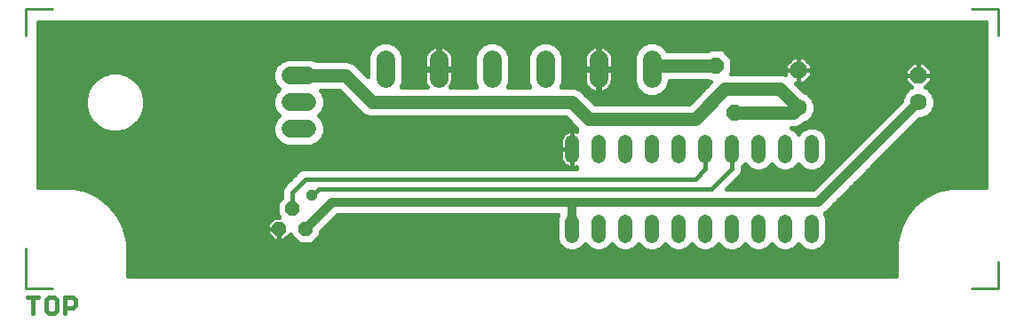
<source format=gbr>
G75*
G70*
%OFA0B0*%
%FSLAX24Y24*%
%IPPOS*%
%LPD*%
%AMOC8*
5,1,8,0,0,1.08239X$1,22.5*
%
%ADD10C,0.0160*%
%ADD11C,0.0520*%
%ADD12C,0.0660*%
%ADD13C,0.0119*%
%ADD14OC8,0.0630*%
%ADD15C,0.0630*%
%ADD16C,0.0705*%
%ADD17OC8,0.0520*%
%ADD18C,0.0500*%
%ADD19OC8,0.0396*%
%ADD20C,0.0320*%
%ADD21C,0.0100*%
D10*
X003153Y003444D02*
X003153Y004045D01*
X003353Y004045D02*
X002952Y004045D01*
X003652Y003944D02*
X003652Y003544D01*
X003752Y003444D01*
X003952Y003444D01*
X004053Y003544D01*
X004053Y003944D01*
X003952Y004045D01*
X003752Y004045D01*
X003652Y003944D01*
X004352Y004045D02*
X004652Y004045D01*
X004752Y003944D01*
X004752Y003744D01*
X004652Y003644D01*
X004352Y003644D01*
X004352Y003444D02*
X004352Y004045D01*
X006692Y004844D02*
X006692Y005928D01*
X006692Y006125D01*
X006692Y006125D01*
X006576Y006635D01*
X006576Y006635D01*
X006349Y007106D01*
X006349Y007106D01*
X006023Y007515D01*
X005615Y007841D01*
X005614Y007841D01*
X005144Y008068D01*
X005143Y008068D01*
X004634Y008184D01*
X004634Y008184D01*
X004436Y008184D01*
X004385Y008184D01*
X004372Y008184D01*
X004309Y008184D01*
X003352Y008184D01*
X003352Y014384D01*
X038892Y014384D01*
X038892Y008184D01*
X037809Y008184D01*
X037809Y008184D01*
X037611Y008184D01*
X037101Y008068D01*
X036630Y007841D01*
X036222Y007515D01*
X036222Y007515D01*
X035896Y007106D01*
X035669Y006635D01*
X035552Y006125D01*
X035552Y005928D01*
X035552Y005867D01*
X035552Y005864D01*
X035552Y005800D01*
X035552Y004844D01*
X006692Y004844D01*
X006692Y004998D02*
X035552Y004998D01*
X035552Y005157D02*
X006692Y005157D01*
X006692Y005315D02*
X035552Y005315D01*
X035552Y005474D02*
X006692Y005474D01*
X006692Y005632D02*
X035552Y005632D01*
X035552Y005791D02*
X032529Y005791D01*
X032488Y005774D02*
X032701Y005862D01*
X032864Y006026D01*
X032952Y006239D01*
X032952Y006989D01*
X032867Y007196D01*
X032894Y007207D01*
X033029Y007342D01*
X036416Y010729D01*
X036499Y010729D01*
X036732Y010826D01*
X036911Y011004D01*
X037007Y011238D01*
X037007Y011490D01*
X036911Y011724D01*
X036732Y011902D01*
X036646Y011938D01*
X036867Y012159D01*
X036867Y012364D01*
X036373Y012364D01*
X036373Y012364D01*
X036867Y012364D01*
X036867Y012569D01*
X036577Y012859D01*
X036373Y012859D01*
X036373Y012364D01*
X036372Y012364D01*
X035877Y012364D01*
X035877Y012159D01*
X036099Y011938D01*
X036013Y011902D01*
X035834Y011724D01*
X035737Y011490D01*
X035737Y011408D01*
X032424Y008094D01*
X029168Y008094D01*
X029711Y008637D01*
X029772Y008784D01*
X029772Y008934D01*
X029864Y009026D01*
X029872Y009046D01*
X029881Y009026D01*
X030044Y008862D01*
X030257Y008774D01*
X030488Y008774D01*
X030701Y008862D01*
X030864Y009026D01*
X030872Y009046D01*
X030881Y009026D01*
X031044Y008862D01*
X031257Y008774D01*
X031488Y008774D01*
X031701Y008862D01*
X031864Y009026D01*
X031872Y009046D01*
X031881Y009026D01*
X032044Y008862D01*
X032257Y008774D01*
X032488Y008774D01*
X032701Y008862D01*
X032864Y009026D01*
X032952Y009239D01*
X032952Y009989D01*
X032864Y010203D01*
X032701Y010366D01*
X032488Y010454D01*
X032257Y010454D01*
X032044Y010366D01*
X031881Y010203D01*
X031872Y010182D01*
X031864Y010203D01*
X031701Y010366D01*
X031594Y010410D01*
X031802Y010410D01*
X032011Y010497D01*
X032075Y010561D01*
X032232Y010626D01*
X032411Y010804D01*
X032507Y011038D01*
X032507Y011290D01*
X032411Y011524D01*
X032232Y011702D01*
X032075Y011767D01*
X031773Y012069D01*
X031872Y012069D01*
X031872Y012564D01*
X031377Y012564D01*
X031377Y012396D01*
X031286Y012434D01*
X029327Y012434D01*
X029386Y012492D01*
X029386Y013003D01*
X029024Y013365D01*
X028513Y013365D01*
X028467Y013318D01*
X026955Y013318D01*
X026943Y013348D01*
X026753Y013537D01*
X026506Y013639D01*
X026239Y013639D01*
X025991Y013537D01*
X025802Y013348D01*
X025700Y013100D01*
X025700Y012128D01*
X025802Y011881D01*
X025991Y011691D01*
X026239Y011589D01*
X026506Y011589D01*
X026753Y011691D01*
X026943Y011881D01*
X027045Y012128D01*
X027045Y012178D01*
X028467Y012178D01*
X028513Y012131D01*
X028583Y012131D01*
X027761Y011309D01*
X024234Y011309D01*
X023695Y011847D01*
X023486Y011934D01*
X023259Y011934D01*
X022965Y011934D01*
X023045Y012128D01*
X023045Y013100D01*
X022943Y013348D01*
X022753Y013537D01*
X022506Y013639D01*
X022239Y013639D01*
X021991Y013537D01*
X021802Y013348D01*
X021700Y013100D01*
X021700Y012128D01*
X021780Y011934D01*
X020965Y011934D01*
X021045Y012128D01*
X021045Y013100D01*
X020943Y013348D01*
X020753Y013537D01*
X020506Y013639D01*
X020239Y013639D01*
X019991Y013537D01*
X019802Y013348D01*
X019700Y013100D01*
X019700Y012128D01*
X019780Y011934D01*
X018793Y011934D01*
X018828Y011982D01*
X018866Y012057D01*
X018892Y012137D01*
X018905Y012220D01*
X018905Y012577D01*
X018410Y012577D01*
X018410Y012652D01*
X018335Y012652D01*
X018335Y013499D01*
X018331Y013499D01*
X018248Y013486D01*
X018168Y013460D01*
X018093Y013422D01*
X018026Y013373D01*
X017966Y013314D01*
X017917Y013246D01*
X017879Y013171D01*
X017853Y013091D01*
X017840Y013009D01*
X017840Y012652D01*
X018335Y012652D01*
X018335Y012577D01*
X017840Y012577D01*
X017840Y012220D01*
X017853Y012137D01*
X017879Y012057D01*
X017917Y011982D01*
X017952Y011934D01*
X016965Y011934D01*
X017045Y012128D01*
X017045Y013100D01*
X016943Y013348D01*
X016753Y013537D01*
X016506Y013639D01*
X016239Y013639D01*
X015991Y013537D01*
X015802Y013348D01*
X015700Y013100D01*
X015700Y012343D01*
X015195Y012847D01*
X014986Y012934D01*
X014759Y012934D01*
X013775Y012934D01*
X013582Y013014D01*
X012663Y013014D01*
X012424Y012915D01*
X012241Y012732D01*
X012142Y012493D01*
X012142Y012235D01*
X012241Y011996D01*
X012373Y011864D01*
X012241Y011732D01*
X012142Y011493D01*
X012142Y011235D01*
X012241Y010996D01*
X012373Y010864D01*
X012241Y010732D01*
X012142Y010493D01*
X012142Y010235D01*
X012241Y009996D01*
X012424Y009813D01*
X012663Y009714D01*
X013582Y009714D01*
X013821Y009813D01*
X014003Y009996D01*
X014102Y010235D01*
X014102Y010493D01*
X014003Y010732D01*
X013872Y010864D01*
X015589Y010864D01*
X015550Y010881D02*
X015759Y010794D01*
X023136Y010794D01*
X023514Y010416D01*
X023552Y010378D01*
X023552Y010276D01*
X023541Y010282D01*
X023475Y010303D01*
X023407Y010314D01*
X023373Y010314D01*
X023373Y009614D01*
X023373Y008914D01*
X023407Y008914D01*
X023475Y008925D01*
X023541Y008946D01*
X023552Y008952D01*
X023552Y008889D01*
X013452Y008889D01*
X013293Y008889D01*
X013146Y008828D01*
X012646Y008328D01*
X012533Y008216D01*
X012472Y008069D01*
X012472Y007784D01*
X012292Y007604D01*
X012292Y007124D01*
X012362Y007054D01*
X012190Y007054D01*
X011932Y006796D01*
X011932Y006614D01*
X011932Y006432D01*
X012190Y006174D01*
X012372Y006174D01*
X012372Y006614D01*
X011932Y006614D01*
X012372Y006614D01*
X012372Y006614D01*
X012373Y006614D01*
X012373Y006174D01*
X012555Y006174D01*
X012792Y006412D01*
X012792Y006374D01*
X013132Y006034D01*
X013613Y006034D01*
X013952Y006374D01*
X013952Y006515D01*
X014571Y007134D01*
X022852Y007134D01*
X022792Y006989D01*
X022792Y006239D01*
X022881Y006026D01*
X023044Y005862D01*
X023257Y005774D01*
X023488Y005774D01*
X023701Y005862D01*
X023864Y006026D01*
X023872Y006046D01*
X023881Y006026D01*
X024044Y005862D01*
X024257Y005774D01*
X024488Y005774D01*
X024701Y005862D01*
X024864Y006026D01*
X024872Y006046D01*
X024881Y006026D01*
X025044Y005862D01*
X025257Y005774D01*
X025488Y005774D01*
X025701Y005862D01*
X025864Y006026D01*
X025872Y006046D01*
X025881Y006026D01*
X026044Y005862D01*
X026257Y005774D01*
X026488Y005774D01*
X026701Y005862D01*
X026864Y006026D01*
X026872Y006046D01*
X026881Y006026D01*
X027044Y005862D01*
X027257Y005774D01*
X027488Y005774D01*
X027701Y005862D01*
X027864Y006026D01*
X027872Y006046D01*
X027881Y006026D01*
X028044Y005862D01*
X028257Y005774D01*
X028488Y005774D01*
X028701Y005862D01*
X028864Y006026D01*
X028872Y006046D01*
X028881Y006026D01*
X029044Y005862D01*
X029257Y005774D01*
X029488Y005774D01*
X029701Y005862D01*
X029864Y006026D01*
X029872Y006046D01*
X029881Y006026D01*
X030044Y005862D01*
X030257Y005774D01*
X030488Y005774D01*
X030701Y005862D01*
X030864Y006026D01*
X030872Y006046D01*
X030881Y006026D01*
X031044Y005862D01*
X031257Y005774D01*
X031488Y005774D01*
X031701Y005862D01*
X031864Y006026D01*
X031872Y006046D01*
X031881Y006026D01*
X032044Y005862D01*
X032257Y005774D01*
X032488Y005774D01*
X032216Y005791D02*
X031529Y005791D01*
X031788Y005950D02*
X031957Y005950D01*
X031216Y005791D02*
X030529Y005791D01*
X030788Y005950D02*
X030957Y005950D01*
X030216Y005791D02*
X029529Y005791D01*
X029788Y005950D02*
X029957Y005950D01*
X029216Y005791D02*
X028529Y005791D01*
X028788Y005950D02*
X028957Y005950D01*
X028216Y005791D02*
X027529Y005791D01*
X027788Y005950D02*
X027957Y005950D01*
X027216Y005791D02*
X026529Y005791D01*
X026788Y005950D02*
X026957Y005950D01*
X026216Y005791D02*
X025529Y005791D01*
X025788Y005950D02*
X025957Y005950D01*
X025216Y005791D02*
X024529Y005791D01*
X024788Y005950D02*
X024957Y005950D01*
X024216Y005791D02*
X023529Y005791D01*
X023788Y005950D02*
X023957Y005950D01*
X023216Y005791D02*
X006692Y005791D01*
X006692Y005928D02*
X006692Y005928D01*
X006692Y005950D02*
X022957Y005950D01*
X022847Y006108D02*
X013687Y006108D01*
X013845Y006267D02*
X022792Y006267D01*
X022792Y006425D02*
X013952Y006425D01*
X014021Y006584D02*
X022792Y006584D01*
X022792Y006742D02*
X014179Y006742D01*
X014338Y006901D02*
X022792Y006901D01*
X022821Y007059D02*
X014496Y007059D01*
X012872Y007364D02*
X012872Y007989D01*
X013372Y008489D01*
X027997Y008489D01*
X028372Y008864D01*
X028372Y009614D01*
X029372Y009614D02*
X029372Y008864D01*
X028622Y008114D01*
X013872Y008114D01*
X013622Y007864D01*
X012804Y008486D02*
X003352Y008486D01*
X003352Y008328D02*
X012645Y008328D01*
X012514Y008169D02*
X004699Y008169D01*
X004436Y008184D02*
X004436Y008184D01*
X005262Y008011D02*
X012472Y008011D01*
X012472Y007852D02*
X005591Y007852D01*
X005799Y007694D02*
X012382Y007694D01*
X012292Y007535D02*
X005998Y007535D01*
X006023Y007515D02*
X006023Y007515D01*
X006023Y007515D01*
X006134Y007376D02*
X012292Y007376D01*
X012292Y007218D02*
X006260Y007218D01*
X006372Y007059D02*
X012357Y007059D01*
X012037Y006901D02*
X006448Y006901D01*
X006524Y006742D02*
X011932Y006742D01*
X011932Y006584D02*
X006588Y006584D01*
X006624Y006425D02*
X011939Y006425D01*
X012098Y006267D02*
X006660Y006267D01*
X006692Y006108D02*
X013058Y006108D01*
X012900Y006267D02*
X012647Y006267D01*
X012373Y006267D02*
X012372Y006267D01*
X012372Y006425D02*
X012373Y006425D01*
X012372Y006584D02*
X012373Y006584D01*
X012962Y008645D02*
X003352Y008645D01*
X003352Y008803D02*
X013121Y008803D01*
X012565Y009755D02*
X003352Y009755D01*
X003352Y009913D02*
X012324Y009913D01*
X012210Y010072D02*
X003352Y010072D01*
X003352Y010230D02*
X012144Y010230D01*
X012142Y010389D02*
X006793Y010389D01*
X006916Y010460D02*
X007127Y010670D01*
X007275Y010928D01*
X007352Y011215D01*
X007352Y011513D01*
X007275Y011800D01*
X007127Y012058D01*
X006916Y012268D01*
X006659Y012417D01*
X006371Y012494D01*
X006074Y012494D01*
X005786Y012417D01*
X005529Y012268D01*
X005318Y012058D01*
X005169Y011800D01*
X005092Y011513D01*
X005092Y011215D01*
X005169Y010928D01*
X005318Y010670D01*
X005529Y010460D01*
X005786Y010311D01*
X006074Y010234D01*
X006371Y010234D01*
X006659Y010311D01*
X006916Y010460D01*
X007004Y010547D02*
X012165Y010547D01*
X012230Y010706D02*
X007147Y010706D01*
X007239Y010864D02*
X012373Y010864D01*
X012230Y011023D02*
X007301Y011023D01*
X007343Y011181D02*
X012164Y011181D01*
X012142Y011340D02*
X007352Y011340D01*
X007352Y011499D02*
X012145Y011499D01*
X012210Y011657D02*
X007314Y011657D01*
X007267Y011816D02*
X012325Y011816D01*
X012263Y011974D02*
X007175Y011974D01*
X007052Y012133D02*
X012185Y012133D01*
X012142Y012291D02*
X006877Y012291D01*
X006536Y012450D02*
X012142Y012450D01*
X012190Y012608D02*
X003352Y012608D01*
X003352Y012450D02*
X005909Y012450D01*
X005568Y012291D02*
X003352Y012291D01*
X003352Y012133D02*
X005393Y012133D01*
X005270Y011974D02*
X003352Y011974D01*
X003352Y011816D02*
X005178Y011816D01*
X005131Y011657D02*
X003352Y011657D01*
X003352Y011499D02*
X005092Y011499D01*
X005092Y011340D02*
X003352Y011340D01*
X003352Y011181D02*
X005101Y011181D01*
X005144Y011023D02*
X003352Y011023D01*
X003352Y010864D02*
X005206Y010864D01*
X005298Y010706D02*
X003352Y010706D01*
X003352Y010547D02*
X005441Y010547D01*
X005652Y010389D02*
X003352Y010389D01*
X003352Y009596D02*
X022932Y009596D01*
X022932Y009614D02*
X022932Y009319D01*
X022943Y009251D01*
X022965Y009185D01*
X022996Y009123D01*
X023037Y009067D01*
X023086Y009018D01*
X023142Y008978D01*
X023204Y008946D01*
X023269Y008925D01*
X023338Y008914D01*
X023372Y008914D01*
X023372Y009614D01*
X022932Y009614D01*
X023372Y009614D01*
X023372Y009614D01*
X023373Y009614D01*
X023372Y009614D01*
X023372Y010314D01*
X023338Y010314D01*
X023269Y010303D01*
X023204Y010282D01*
X023142Y010250D01*
X023086Y010210D01*
X023037Y010161D01*
X022996Y010105D01*
X022965Y010043D01*
X022943Y009977D01*
X022932Y009909D01*
X022932Y009614D01*
X022932Y009755D02*
X013679Y009755D01*
X013921Y009913D02*
X022933Y009913D01*
X022979Y010072D02*
X014035Y010072D01*
X014100Y010230D02*
X023114Y010230D01*
X023372Y010230D02*
X023373Y010230D01*
X023372Y010072D02*
X023373Y010072D01*
X023372Y009913D02*
X023373Y009913D01*
X023372Y009755D02*
X023373Y009755D01*
X023372Y009596D02*
X023373Y009596D01*
X023372Y009437D02*
X023373Y009437D01*
X023372Y009279D02*
X023373Y009279D01*
X023372Y009120D02*
X023373Y009120D01*
X023372Y008962D02*
X023373Y008962D01*
X023173Y008962D02*
X003352Y008962D01*
X003352Y009120D02*
X022998Y009120D01*
X022939Y009279D02*
X003352Y009279D01*
X003352Y009437D02*
X022932Y009437D01*
X023542Y010389D02*
X014102Y010389D01*
X014080Y010547D02*
X023383Y010547D01*
X023225Y010706D02*
X014014Y010706D01*
X013872Y010864D02*
X014003Y010996D01*
X014102Y011235D01*
X014102Y011493D01*
X014003Y011732D01*
X013942Y011794D01*
X014636Y011794D01*
X015389Y011041D01*
X015550Y010881D01*
X015407Y011023D02*
X014015Y011023D01*
X014080Y011181D02*
X015249Y011181D01*
X015090Y011340D02*
X014102Y011340D01*
X014100Y011499D02*
X014932Y011499D01*
X014773Y011657D02*
X014035Y011657D01*
X015593Y012450D02*
X015700Y012450D01*
X015700Y012608D02*
X015434Y012608D01*
X015276Y012767D02*
X015700Y012767D01*
X015700Y012925D02*
X015007Y012925D01*
X015700Y013084D02*
X003352Y013084D01*
X003352Y013243D02*
X015759Y013243D01*
X015856Y013401D02*
X003352Y013401D01*
X003352Y013560D02*
X016047Y013560D01*
X016698Y013560D02*
X020047Y013560D01*
X019856Y013401D02*
X018680Y013401D01*
X018652Y013422D02*
X018719Y013373D01*
X018779Y013314D01*
X018828Y013246D01*
X018866Y013171D01*
X018892Y013091D01*
X018905Y013009D01*
X018905Y012652D01*
X018410Y012652D01*
X018410Y013499D01*
X018414Y013499D01*
X018497Y013486D01*
X018577Y013460D01*
X018652Y013422D01*
X018410Y013401D02*
X018335Y013401D01*
X018335Y013243D02*
X018410Y013243D01*
X018410Y013084D02*
X018335Y013084D01*
X018335Y012925D02*
X018410Y012925D01*
X018410Y012767D02*
X018335Y012767D01*
X018335Y012608D02*
X017045Y012608D01*
X017045Y012450D02*
X017840Y012450D01*
X017840Y012291D02*
X017045Y012291D01*
X017045Y012133D02*
X017854Y012133D01*
X017923Y011974D02*
X016981Y011974D01*
X018410Y012608D02*
X019700Y012608D01*
X019700Y012450D02*
X018905Y012450D01*
X018905Y012291D02*
X019700Y012291D01*
X019700Y012133D02*
X018890Y012133D01*
X018822Y011974D02*
X019764Y011974D01*
X020981Y011974D02*
X021764Y011974D01*
X021700Y012133D02*
X021045Y012133D01*
X021045Y012291D02*
X021700Y012291D01*
X021700Y012450D02*
X021045Y012450D01*
X021045Y012608D02*
X021700Y012608D01*
X021700Y012767D02*
X021045Y012767D01*
X021045Y012925D02*
X021700Y012925D01*
X021700Y013084D02*
X021045Y013084D01*
X020986Y013243D02*
X021759Y013243D01*
X021856Y013401D02*
X020889Y013401D01*
X020698Y013560D02*
X022047Y013560D01*
X022698Y013560D02*
X026047Y013560D01*
X025856Y013401D02*
X024680Y013401D01*
X024652Y013422D02*
X024577Y013460D01*
X024497Y013486D01*
X024414Y013499D01*
X024410Y013499D01*
X024410Y012652D01*
X024335Y012652D01*
X024335Y013499D01*
X024331Y013499D01*
X024248Y013486D01*
X024168Y013460D01*
X024093Y013422D01*
X024026Y013373D01*
X023966Y013314D01*
X023917Y013246D01*
X023879Y013171D01*
X023853Y013091D01*
X023840Y013009D01*
X023840Y012652D01*
X024335Y012652D01*
X024335Y012577D01*
X023840Y012577D01*
X023840Y012220D01*
X023853Y012137D01*
X023879Y012057D01*
X023917Y011982D01*
X023966Y011915D01*
X024026Y011855D01*
X024093Y011806D01*
X024168Y011768D01*
X024248Y011742D01*
X024331Y011729D01*
X024335Y011729D01*
X024335Y012576D01*
X024410Y012576D01*
X024410Y011729D01*
X024414Y011729D01*
X024497Y011742D01*
X024577Y011768D01*
X024652Y011806D01*
X024719Y011855D01*
X024779Y011915D01*
X024828Y011982D01*
X024866Y012057D01*
X024892Y012137D01*
X024905Y012220D01*
X024905Y012577D01*
X024410Y012577D01*
X024410Y012652D01*
X024905Y012652D01*
X024905Y013009D01*
X024892Y013091D01*
X024866Y013171D01*
X024828Y013246D01*
X024779Y013314D01*
X024719Y013373D01*
X024652Y013422D01*
X024410Y013401D02*
X024335Y013401D01*
X024335Y013243D02*
X024410Y013243D01*
X024410Y013084D02*
X024335Y013084D01*
X024335Y012925D02*
X024410Y012925D01*
X024410Y012767D02*
X024335Y012767D01*
X024335Y012608D02*
X023045Y012608D01*
X023045Y012450D02*
X023840Y012450D01*
X023840Y012291D02*
X023045Y012291D01*
X023045Y012133D02*
X023854Y012133D01*
X023923Y011974D02*
X022981Y011974D01*
X023727Y011816D02*
X024080Y011816D01*
X023886Y011657D02*
X026074Y011657D01*
X025867Y011816D02*
X024665Y011816D01*
X024822Y011974D02*
X025764Y011974D01*
X025700Y012133D02*
X024890Y012133D01*
X024905Y012291D02*
X025700Y012291D01*
X025700Y012450D02*
X024905Y012450D01*
X024410Y012450D02*
X024335Y012450D01*
X024335Y012291D02*
X024410Y012291D01*
X024410Y012133D02*
X024335Y012133D01*
X024335Y011974D02*
X024410Y011974D01*
X024410Y011816D02*
X024335Y011816D01*
X024044Y011499D02*
X027951Y011499D01*
X028109Y011657D02*
X026670Y011657D01*
X026878Y011816D02*
X028268Y011816D01*
X028426Y011974D02*
X026981Y011974D01*
X027045Y012133D02*
X028512Y012133D01*
X029343Y012450D02*
X031377Y012450D01*
X031377Y012564D02*
X031872Y012564D01*
X031872Y012564D01*
X031873Y012564D01*
X031873Y012564D01*
X032367Y012564D01*
X032367Y012359D01*
X032077Y012069D01*
X031873Y012069D01*
X031873Y012564D01*
X032367Y012564D01*
X032367Y012769D01*
X032077Y013059D01*
X031873Y013059D01*
X031873Y012564D01*
X031872Y012564D01*
X031872Y013059D01*
X031667Y013059D01*
X031377Y012769D01*
X031377Y012564D01*
X031377Y012608D02*
X029386Y012608D01*
X029386Y012767D02*
X031377Y012767D01*
X031534Y012925D02*
X029386Y012925D01*
X029305Y013084D02*
X038892Y013084D01*
X038892Y013243D02*
X029147Y013243D01*
X026889Y013401D02*
X038892Y013401D01*
X038892Y013560D02*
X026698Y013560D01*
X025759Y013243D02*
X024830Y013243D01*
X024893Y013084D02*
X025700Y013084D01*
X025700Y012925D02*
X024905Y012925D01*
X024905Y012767D02*
X025700Y012767D01*
X025700Y012608D02*
X024410Y012608D01*
X023840Y012767D02*
X023045Y012767D01*
X023045Y012925D02*
X023840Y012925D01*
X023852Y013084D02*
X023045Y013084D01*
X022986Y013243D02*
X023915Y013243D01*
X024064Y013401D02*
X022889Y013401D01*
X019759Y013243D02*
X018830Y013243D01*
X018893Y013084D02*
X019700Y013084D01*
X019700Y012925D02*
X018905Y012925D01*
X018905Y012767D02*
X019700Y012767D01*
X018064Y013401D02*
X016889Y013401D01*
X016986Y013243D02*
X017915Y013243D01*
X017852Y013084D02*
X017045Y013084D01*
X017045Y012925D02*
X017840Y012925D01*
X017840Y012767D02*
X017045Y012767D01*
X012449Y012925D02*
X003352Y012925D01*
X003352Y012767D02*
X012276Y012767D01*
X003352Y013718D02*
X038892Y013718D01*
X038892Y013877D02*
X003352Y013877D01*
X003352Y014035D02*
X038892Y014035D01*
X038892Y014194D02*
X003352Y014194D01*
X003352Y014352D02*
X038892Y014352D01*
X038892Y012925D02*
X032211Y012925D01*
X032367Y012767D02*
X036075Y012767D01*
X036167Y012859D02*
X035877Y012569D01*
X035877Y012364D01*
X036372Y012364D01*
X036372Y012364D01*
X036372Y012859D01*
X036167Y012859D01*
X036372Y012767D02*
X036373Y012767D01*
X036372Y012608D02*
X036373Y012608D01*
X036372Y012450D02*
X036373Y012450D01*
X036828Y012608D02*
X038892Y012608D01*
X038892Y012450D02*
X036867Y012450D01*
X036867Y012291D02*
X038892Y012291D01*
X038892Y012133D02*
X036841Y012133D01*
X036682Y011974D02*
X038892Y011974D01*
X038892Y011816D02*
X036819Y011816D01*
X036938Y011657D02*
X038892Y011657D01*
X038892Y011499D02*
X037004Y011499D01*
X037007Y011340D02*
X038892Y011340D01*
X038892Y011181D02*
X036984Y011181D01*
X036918Y011023D02*
X038892Y011023D01*
X038892Y010864D02*
X036771Y010864D01*
X036393Y010706D02*
X038892Y010706D01*
X038892Y010547D02*
X036234Y010547D01*
X036076Y010389D02*
X038892Y010389D01*
X038892Y010230D02*
X035917Y010230D01*
X035759Y010072D02*
X038892Y010072D01*
X038892Y009913D02*
X035600Y009913D01*
X035442Y009755D02*
X038892Y009755D01*
X038892Y009596D02*
X035283Y009596D01*
X035125Y009437D02*
X038892Y009437D01*
X038892Y009279D02*
X034966Y009279D01*
X034808Y009120D02*
X038892Y009120D01*
X038892Y008962D02*
X034649Y008962D01*
X034490Y008803D02*
X038892Y008803D01*
X038892Y008645D02*
X034332Y008645D01*
X034173Y008486D02*
X038892Y008486D01*
X038892Y008328D02*
X034015Y008328D01*
X033856Y008169D02*
X037546Y008169D01*
X037611Y008184D02*
X037611Y008184D01*
X037101Y008068D02*
X037101Y008068D01*
X036983Y008011D02*
X033698Y008011D01*
X033539Y007852D02*
X036654Y007852D01*
X036630Y007841D02*
X036630Y007841D01*
X036446Y007694D02*
X033381Y007694D01*
X033222Y007535D02*
X036247Y007535D01*
X036222Y007515D02*
X036222Y007515D01*
X036111Y007376D02*
X033064Y007376D01*
X032905Y007218D02*
X035985Y007218D01*
X035896Y007106D02*
X035896Y007106D01*
X035873Y007059D02*
X032923Y007059D01*
X032952Y006901D02*
X035797Y006901D01*
X035720Y006742D02*
X032952Y006742D01*
X032952Y006584D02*
X035657Y006584D01*
X035669Y006635D02*
X035669Y006635D01*
X035621Y006425D02*
X032952Y006425D01*
X032952Y006267D02*
X035585Y006267D01*
X035552Y006125D02*
X035552Y006125D01*
X035552Y006108D02*
X032898Y006108D01*
X032788Y005950D02*
X035552Y005950D01*
X035552Y005928D02*
X035552Y005928D01*
X032657Y008328D02*
X029402Y008328D01*
X029560Y008486D02*
X032816Y008486D01*
X032974Y008645D02*
X029714Y008645D01*
X029772Y008803D02*
X030187Y008803D01*
X029944Y008962D02*
X029800Y008962D01*
X030558Y008803D02*
X031187Y008803D01*
X030944Y008962D02*
X030800Y008962D01*
X031558Y008803D02*
X032187Y008803D01*
X031944Y008962D02*
X031800Y008962D01*
X032558Y008803D02*
X033133Y008803D01*
X033291Y008962D02*
X032800Y008962D01*
X032903Y009120D02*
X033450Y009120D01*
X033608Y009279D02*
X032952Y009279D01*
X032952Y009437D02*
X033767Y009437D01*
X033926Y009596D02*
X032952Y009596D01*
X032952Y009755D02*
X034084Y009755D01*
X034243Y009913D02*
X032952Y009913D01*
X032918Y010072D02*
X034401Y010072D01*
X034560Y010230D02*
X032836Y010230D01*
X032645Y010389D02*
X034718Y010389D01*
X034877Y010547D02*
X032062Y010547D01*
X032099Y010389D02*
X031645Y010389D01*
X031836Y010230D02*
X031908Y010230D01*
X032312Y010706D02*
X035035Y010706D01*
X035194Y010864D02*
X032436Y010864D01*
X032501Y011023D02*
X035352Y011023D01*
X035511Y011181D02*
X032507Y011181D01*
X032487Y011340D02*
X035670Y011340D01*
X035741Y011499D02*
X032421Y011499D01*
X032277Y011657D02*
X035806Y011657D01*
X035926Y011816D02*
X032027Y011816D01*
X031868Y011974D02*
X036062Y011974D01*
X035904Y012133D02*
X032141Y012133D01*
X032300Y012291D02*
X035877Y012291D01*
X035877Y012450D02*
X032367Y012450D01*
X032367Y012608D02*
X035917Y012608D01*
X036670Y012767D02*
X038892Y012767D01*
X031873Y012767D02*
X031872Y012767D01*
X031872Y012925D02*
X031873Y012925D01*
X031872Y012608D02*
X031873Y012608D01*
X031872Y012450D02*
X031873Y012450D01*
X031872Y012291D02*
X031873Y012291D01*
X031872Y012133D02*
X031873Y012133D01*
X027792Y011340D02*
X024203Y011340D01*
X029243Y008169D02*
X032499Y008169D01*
D11*
X032372Y009354D02*
X032372Y009874D01*
X031372Y009874D02*
X031372Y009354D01*
X030372Y009354D02*
X030372Y009874D01*
X029372Y009874D02*
X029372Y009354D01*
X028372Y009354D02*
X028372Y009874D01*
X027372Y009874D02*
X027372Y009354D01*
X026372Y009354D02*
X026372Y009874D01*
X025372Y009874D02*
X025372Y009354D01*
X024372Y009354D02*
X024372Y009874D01*
X023372Y009874D02*
X023372Y009354D01*
X023372Y006874D02*
X023372Y006354D01*
X024372Y006354D02*
X024372Y006874D01*
X025372Y006874D02*
X025372Y006354D01*
X026372Y006354D02*
X026372Y006874D01*
X027372Y006874D02*
X027372Y006354D01*
X028372Y006354D02*
X028372Y006874D01*
X029372Y006874D02*
X029372Y006354D01*
X030372Y006354D02*
X030372Y006874D01*
X031372Y006874D02*
X031372Y006354D01*
X032372Y006354D02*
X032372Y006874D01*
D12*
X013452Y010364D02*
X012792Y010364D01*
X012792Y011364D02*
X013452Y011364D01*
X013452Y012364D02*
X012792Y012364D01*
D13*
X028731Y012924D02*
X028671Y012984D01*
X028867Y012984D01*
X029005Y012846D01*
X029005Y012650D01*
X028867Y012512D01*
X028671Y012512D01*
X028533Y012650D01*
X028533Y012846D01*
X028671Y012984D01*
X028708Y012895D01*
X028830Y012895D01*
X028916Y012809D01*
X028916Y012687D01*
X028830Y012601D01*
X028708Y012601D01*
X028622Y012687D01*
X028622Y012809D01*
X028708Y012895D01*
X028745Y012806D01*
X028793Y012806D01*
X028827Y012772D01*
X028827Y012724D01*
X028793Y012690D01*
X028745Y012690D01*
X028711Y012724D01*
X028711Y012772D01*
X028745Y012806D01*
X029438Y011156D02*
X029378Y011216D01*
X029574Y011216D01*
X029712Y011078D01*
X029712Y010882D01*
X029574Y010744D01*
X029378Y010744D01*
X029240Y010882D01*
X029240Y011078D01*
X029378Y011216D01*
X029415Y011127D01*
X029537Y011127D01*
X029623Y011041D01*
X029623Y010919D01*
X029537Y010833D01*
X029415Y010833D01*
X029329Y010919D01*
X029329Y011041D01*
X029415Y011127D01*
X029452Y011038D01*
X029500Y011038D01*
X029534Y011004D01*
X029534Y010956D01*
X029500Y010922D01*
X029452Y010922D01*
X029418Y010956D01*
X029418Y011004D01*
X029452Y011038D01*
D14*
X031872Y012564D03*
X036372Y012364D03*
D15*
X036372Y011364D03*
X031872Y011164D03*
D16*
X026372Y012262D02*
X026372Y012967D01*
X024372Y012967D02*
X024372Y012262D01*
X022372Y012262D02*
X022372Y012967D01*
X020372Y012967D02*
X020372Y012262D01*
X018372Y012262D02*
X018372Y012967D01*
X016372Y012967D02*
X016372Y012262D01*
D17*
X012872Y007364D03*
X012372Y006614D03*
X013372Y006614D03*
D18*
X015872Y011364D02*
X023372Y011364D01*
X023997Y010739D01*
X027997Y010739D01*
X029122Y011864D01*
X031172Y011864D01*
X031872Y011164D01*
X031689Y010980D01*
X029476Y010980D01*
X028769Y012748D02*
X026372Y012748D01*
X026372Y012614D01*
X015872Y011364D02*
X014872Y012364D01*
X013122Y012364D01*
D19*
X013872Y009364D03*
X013622Y007864D03*
X019935Y005239D03*
X022622Y006989D03*
X029622Y008302D03*
X035247Y005114D03*
X038622Y008489D03*
X038622Y014114D03*
X006997Y005114D03*
X003622Y008489D03*
X003622Y014114D03*
D20*
X013372Y006614D02*
X014372Y007614D01*
X023372Y007614D01*
X023372Y006614D01*
X023372Y007614D02*
X032622Y007614D01*
X036372Y011364D01*
D21*
X039372Y013864D02*
X039372Y014864D01*
X038372Y014864D01*
X039372Y005364D02*
X039372Y004364D01*
X038372Y004364D01*
X003872Y004364D02*
X002872Y004364D01*
X002872Y005864D01*
X002872Y013864D02*
X002872Y014864D01*
X003872Y014864D01*
M02*

</source>
